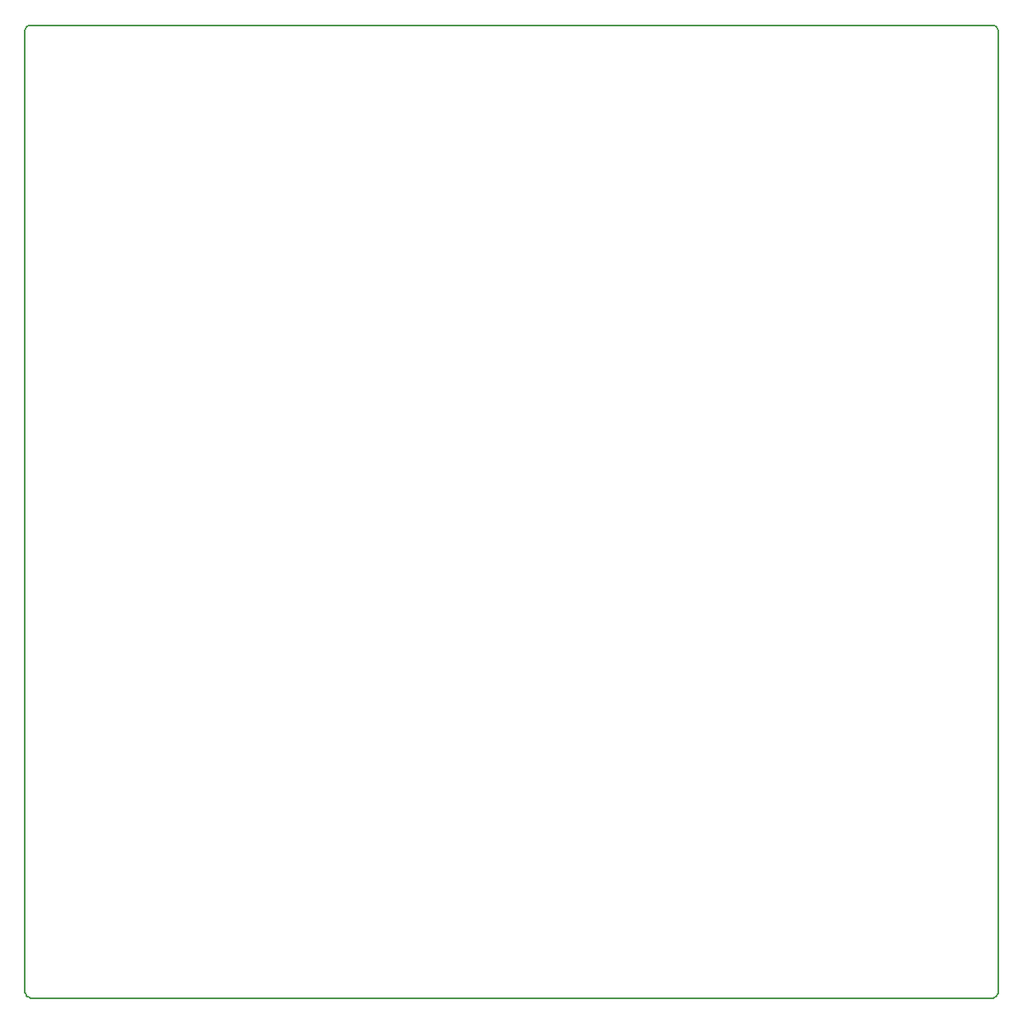
<source format=gm1>
G04 #@! TF.GenerationSoftware,KiCad,Pcbnew,(5.1.9)-1*
G04 #@! TF.CreationDate,2021-06-17T16:50:29+01:00*
G04 #@! TF.ProjectId,AutoPilot,4175746f-5069-46c6-9f74-2e6b69636164,0.3*
G04 #@! TF.SameCoordinates,Original*
G04 #@! TF.FileFunction,Profile,NP*
%FSLAX46Y46*%
G04 Gerber Fmt 4.6, Leading zero omitted, Abs format (unit mm)*
G04 Created by KiCad (PCBNEW (5.1.9)-1) date 2021-06-17 16:50:29*
%MOMM*%
%LPD*%
G01*
G04 APERTURE LIST*
G04 #@! TA.AperFunction,Profile*
%ADD10C,0.150000*%
G04 #@! TD*
G04 APERTURE END LIST*
D10*
X175641000Y-52832000D02*
G75*
G02*
X176149000Y-53340000I0J-508000D01*
G01*
X176149000Y-152400000D02*
G75*
G02*
X175641000Y-152908000I-508000J0D01*
G01*
X76708000Y-152908000D02*
G75*
G02*
X76149200Y-152349200I0J558800D01*
G01*
X76149200Y-53340000D02*
G75*
G02*
X76657200Y-52832000I508000J0D01*
G01*
X76708000Y-152908000D02*
X175641000Y-152908000D01*
X176149100Y-152400000D02*
X176149100Y-53340000D01*
X175641000Y-52832000D02*
X76657200Y-52832000D01*
X76149100Y-53340000D02*
X76149100Y-152349200D01*
M02*

</source>
